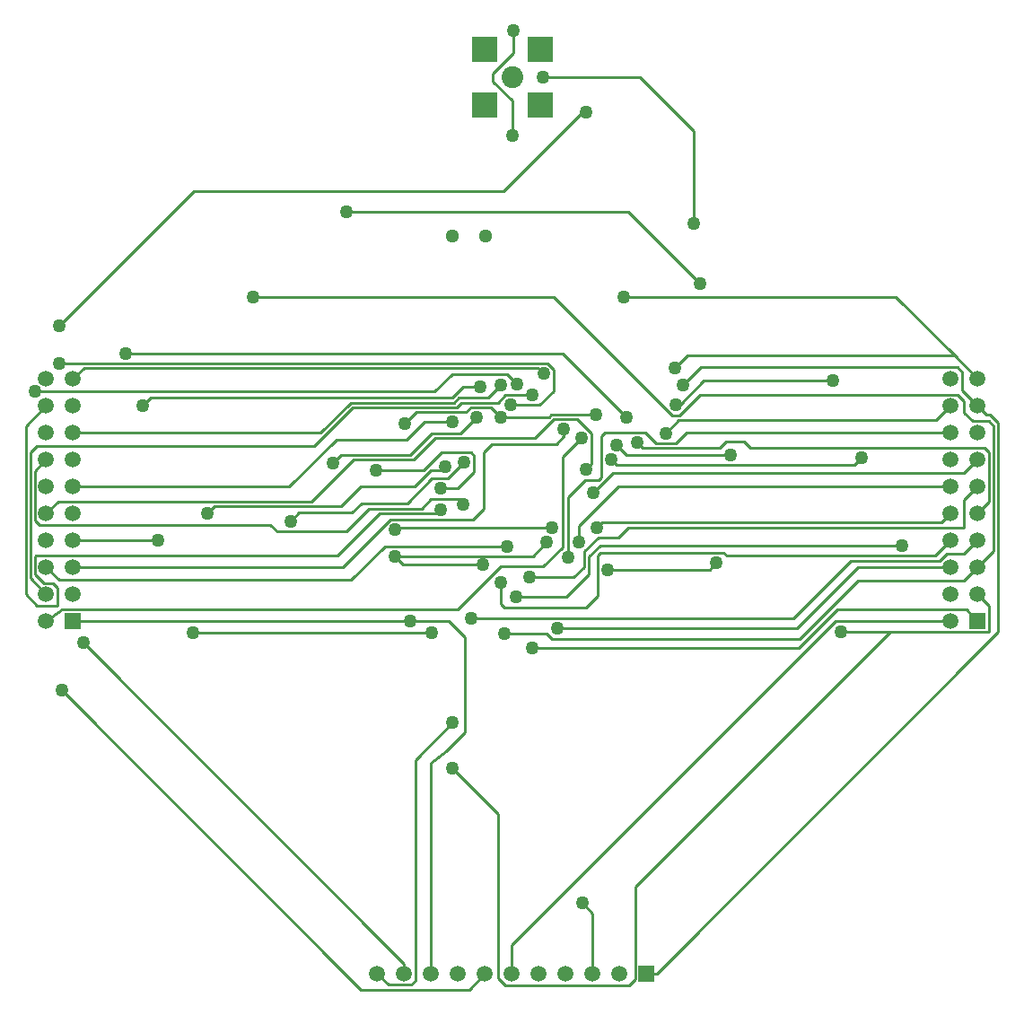
<source format=gbl>
G04*
G04 #@! TF.GenerationSoftware,Altium Limited,Altium Designer,18.1.9 (240)*
G04*
G04 Layer_Physical_Order=2*
G04 Layer_Color=16711680*
%FSLAX24Y24*%
%MOIN*%
G70*
G01*
G75*
%ADD15C,0.0100*%
%ADD43R,0.0961X0.0961*%
%ADD44C,0.0807*%
%ADD45C,0.0512*%
%ADD46C,0.0591*%
%ADD47R,0.0591X0.0591*%
%ADD48R,0.0591X0.0591*%
%ADD49C,0.0500*%
D15*
X20400Y34650D02*
X24000D01*
X18920Y30420D02*
X22000Y33500D01*
Y33350D02*
Y33500D01*
X24000Y34650D02*
X26010Y32640D01*
X19300Y35550D02*
Y36375D01*
X18550Y34800D02*
X19300Y35550D01*
X18550Y34500D02*
Y34800D01*
Y34500D02*
X19268Y33782D01*
Y32500D02*
Y33782D01*
X33295Y14035D02*
X36970D01*
X31475D02*
X33295D01*
X33510Y26490D02*
X35690Y24310D01*
X17740Y14540D02*
X29690D01*
X31850Y16700D01*
X35140D01*
X35390Y16950D01*
X36050D01*
X36550Y17450D01*
X16452Y18452D02*
X16600Y18600D01*
X14330Y18452D02*
X16452D01*
X12758Y16880D02*
X14330Y18452D01*
X1560Y16880D02*
X12758D01*
X1530Y16850D02*
X1560Y16880D01*
X1530Y16200D02*
Y16850D01*
Y16200D02*
X1865Y15865D01*
X2205D01*
X2370Y15700D01*
Y15040D02*
Y15700D01*
X2360Y15030D02*
X2370Y15040D01*
X1600Y15030D02*
X2360D01*
X1190Y15440D02*
X1600Y15030D01*
X1190Y15440D02*
Y21690D01*
X1950Y22450D01*
X9650Y26490D02*
X20790D01*
X25200Y22080D01*
X25460D01*
X26245Y22865D01*
X35800D01*
X36050Y22615D01*
Y22200D02*
Y22615D01*
Y22200D02*
X36380Y21870D01*
X36970D01*
X37140Y21700D01*
Y17040D02*
Y21700D01*
X36550Y16450D02*
X37140Y17040D01*
X20010Y13440D02*
X29900D01*
X31330Y14870D01*
X36130D01*
X36550Y14450D01*
X17665Y765D02*
X18250Y1350D01*
X13635Y765D02*
X17665D01*
X2530Y11870D02*
X13635Y765D01*
X21750Y17400D02*
Y18000D01*
X23200Y19450D01*
X35550D01*
X22250Y1350D02*
Y3580D01*
X21860Y3970D02*
X22250Y3580D01*
X24970Y21430D02*
X25442Y21902D01*
X35002D01*
X35550Y22450D01*
X35970Y23030D02*
X36550Y22450D01*
X35970Y23030D02*
Y23700D01*
X35800Y23870D02*
X35970Y23700D01*
X26260Y23870D02*
X35800D01*
X25610Y23220D02*
X26260Y23870D01*
X36050Y19950D02*
X36550Y20450D01*
X23015Y19950D02*
X36050D01*
X22270Y19205D02*
X23015Y19950D01*
X23910Y21080D02*
X24110Y20880D01*
X26974D01*
X27209Y21115D01*
X27856D01*
X28091Y20880D01*
X36800D01*
X36970Y20710D01*
Y18870D02*
Y20710D01*
X36550Y18450D02*
X36970Y18870D01*
X1950Y18450D02*
X2390Y18890D01*
X11810D01*
X13376Y20456D01*
X15596D01*
X16390Y21250D01*
X20090D01*
X20790Y21950D01*
X21670D01*
X22200Y21420D01*
Y20270D02*
Y21420D01*
X22000Y20070D02*
X22200Y20270D01*
X21160Y21305D02*
Y21580D01*
X20885Y21030D02*
X21160Y21305D01*
X18490Y21030D02*
X20885D01*
X18190Y20729D02*
X18490Y21030D01*
X18190Y18620D02*
Y20729D01*
X17796Y18226D02*
X18190Y18620D01*
X14729Y18226D02*
X17796D01*
X12953Y16450D02*
X14729Y18226D01*
X2950Y16450D02*
X12953D01*
X21120Y20540D02*
X21830Y21250D01*
X21120Y17200D02*
Y20540D01*
X20400Y16480D02*
X21120Y17200D01*
X18850Y16480D02*
X20400D01*
X17240Y14870D02*
X18850Y16480D01*
X2535Y14870D02*
X17240D01*
X1950Y14450D02*
X2535Y14870D01*
X2950Y19450D02*
X10980D01*
X12730Y21200D01*
X15350D01*
X16000Y21850D01*
X17050D01*
X18356Y22737D02*
X18850Y23231D01*
X17277Y22737D02*
X18356D01*
X17100Y22560D02*
X17277Y22737D01*
X13260Y22560D02*
X17100D01*
X12150Y21450D02*
X13260Y22560D01*
X2950Y21450D02*
X12150D01*
X20196Y23860D02*
X20420Y23636D01*
X3360Y23860D02*
X20196D01*
X2950Y23450D02*
X3360Y23860D01*
X19010Y22850D02*
X19995D01*
X18727Y22567D02*
X19010Y22850D01*
X17375Y22567D02*
X18727D01*
X17198Y22390D02*
X17375Y22567D01*
X13332Y22390D02*
X17198D01*
X11892Y20950D02*
X13332Y22390D01*
X1600Y20950D02*
X11892D01*
X1360Y20710D02*
X1600Y20950D01*
X1360Y16040D02*
Y20710D01*
Y16040D02*
X1950Y15450D01*
X15665Y9295D02*
X17050Y10680D01*
X15665Y1100D02*
Y9295D01*
X15500Y935D02*
X15665Y1100D01*
X14665Y935D02*
X15500D01*
X14250Y1350D02*
X14665Y935D01*
X36970Y14035D02*
Y15030D01*
X36550Y15450D02*
X36970Y15030D01*
X7410Y14020D02*
X16275D01*
X11020Y18150D02*
X11340Y18470D01*
X13304D01*
X13666Y18832D01*
X15372D01*
X16284Y19744D01*
X16884D01*
X17480Y20340D01*
X14190Y20060D02*
X15983D01*
X16633Y20710D01*
X17740D01*
X17850Y20600D01*
Y20000D02*
Y20600D01*
X17220Y19370D02*
X17850Y20000D01*
X16600Y19370D02*
X17220D01*
X18463Y22397D02*
X18830Y22030D01*
X17723Y22397D02*
X18463D01*
X17545Y22220D02*
X17723Y22397D01*
X15700Y22220D02*
X17545D01*
X15270Y21790D02*
X15700Y22220D01*
X23140Y20980D02*
X23500Y20620D01*
X27370D01*
X15200Y16540D02*
X18170D01*
X14890Y16850D02*
X15200Y16540D01*
X14890Y16850D02*
X20020D01*
X20550Y17380D01*
X17435Y23160D02*
X18070D01*
X17035Y22760D02*
X17435Y23160D01*
X5840Y22760D02*
X17035D01*
X5520Y22440D02*
X5840Y22760D01*
X17320Y21420D02*
X17920Y22020D01*
X16274Y21420D02*
X17320D01*
X15480Y20626D02*
X16274Y21420D01*
X12900Y20626D02*
X15480D01*
X12600Y20326D02*
X12900Y20626D01*
X25340Y22500D02*
X25510D01*
X26380Y23370D01*
X31180D01*
X26010Y29220D02*
Y32640D01*
X15470Y14450D02*
X16900D01*
X17490Y13860D01*
Y10320D02*
Y13860D01*
X16800Y9630D02*
X17490Y10320D01*
X16250Y9200D02*
X16800Y9630D01*
X16250Y1350D02*
Y9200D01*
X31284Y14450D02*
X35550D01*
X19250Y2416D02*
X31284Y14450D01*
X19250Y1350D02*
Y2416D01*
X25310Y23850D02*
X25770Y24310D01*
X35690D01*
X36550Y23450D01*
X20920Y14170D02*
X29820D01*
X32100Y16450D01*
X35550D01*
X15250Y1350D02*
Y1730D01*
X3320Y13660D02*
X15250Y1730D01*
X2450Y25430D02*
X7440Y30420D01*
X18920D01*
X31980Y20240D02*
X32250Y20510D01*
X23140Y20240D02*
X31980D01*
X22940Y20440D02*
X23140Y20240D01*
X21120Y24400D02*
X23510Y22010D01*
X4900Y24400D02*
X21120D01*
X14890Y17850D02*
X14960Y17920D01*
X20750D01*
X36050Y15950D02*
X36550Y16450D01*
X32100Y15950D02*
X36050D01*
X29947Y13797D02*
X32100Y15950D01*
X20723Y13797D02*
X29947D01*
X20550Y13970D02*
X20723Y13797D01*
X18960Y13970D02*
X20550D01*
X1950Y16450D02*
X2420Y15980D01*
X13280D01*
X14520Y17220D01*
X19080D01*
X1530Y20030D02*
X1950Y20450D01*
X1530Y18200D02*
Y20030D01*
Y18200D02*
X1700Y18030D01*
X10270D01*
X10520Y17780D01*
X13098D01*
X13948Y18631D01*
X15891D01*
X16230Y18970D01*
X17269D01*
X17439Y18800D01*
X20710Y22120D02*
X22370D01*
X20620Y22030D02*
X20710Y22120D01*
X18830Y22030D02*
X20620D01*
X25740Y21450D02*
X35550D01*
X25340Y21050D02*
X25740Y21450D01*
X24603Y21050D02*
X25340D01*
X24203Y21450D02*
X24603Y21050D01*
X22700Y21450D02*
X24203D01*
X22570Y21320D02*
X22700Y21450D01*
X22570Y19800D02*
Y21320D01*
X22470Y19700D02*
X22570Y19800D01*
X21960Y19700D02*
X22470D01*
X21320Y19060D02*
X21960Y19700D01*
X21320Y16810D02*
Y19060D01*
X23830Y4570D02*
X33295Y14035D01*
X23830Y1160D02*
Y4570D01*
X23600Y930D02*
X23830Y1160D01*
X19000Y930D02*
X23600D01*
X18750Y1180D02*
X19000Y930D01*
X18750Y1180D02*
Y7280D01*
X17050Y8980D02*
X18750Y7280D01*
X2950Y14450D02*
X15470D01*
X34973Y16873D02*
X35550Y17450D01*
X27220Y16873D02*
X34973D01*
X27101Y16992D02*
X27220Y16873D01*
X22539Y16992D02*
X27101D01*
X22420Y16873D02*
X22539Y16992D01*
X22420Y15380D02*
Y16873D01*
X22000Y14960D02*
X22420Y15380D01*
X18970Y14960D02*
X22000D01*
X18830Y15100D02*
X18970Y14960D01*
X18830Y15100D02*
Y15870D01*
X19400Y15350D02*
X21272D01*
X22100Y16178D01*
Y16840D01*
X22520Y17260D01*
X33740D01*
X19905Y16073D02*
X21543D01*
X21930Y16460D01*
Y17034D01*
X22452Y17556D01*
X23194D01*
X23568Y17930D01*
X36030D01*
X36050Y17950D01*
Y18950D01*
X36550Y19450D01*
X2950Y17450D02*
X6090D01*
X16640Y20050D02*
X16780Y20190D01*
X16250Y20050D02*
X16640D01*
X15640Y19440D02*
X16250Y20050D01*
X13620Y19440D02*
X15640D01*
X12900Y18720D02*
X13620Y19440D01*
X8200Y18720D02*
X12900D01*
X7940Y18460D02*
X8200Y18720D01*
X19200Y22480D02*
X20270D01*
X20790Y23000D01*
Y23800D01*
X20560Y24030D02*
X20790Y23800D01*
X2450Y24030D02*
X20560D01*
X13100Y29660D02*
X23570D01*
X26230Y27000D01*
X1530Y22970D02*
X16380D01*
X17020Y23610D01*
X19060D01*
X19420Y23250D01*
X35210Y18110D02*
X35550Y18450D01*
X22592Y18110D02*
X35210D01*
X22408Y17926D02*
X22592Y18110D01*
X26590Y16360D02*
X26850Y16620D01*
X22790Y16360D02*
X26590D01*
X36550Y22450D02*
X36880Y22120D01*
X37000D01*
X37310Y21810D01*
Y14039D02*
Y21810D01*
X24621Y1350D02*
X37310Y14039D01*
X24250Y1350D02*
X24621D01*
X23400Y26490D02*
X33510D01*
D43*
X18221Y33603D02*
D03*
Y35697D02*
D03*
X20315Y33603D02*
D03*
Y35697D02*
D03*
D44*
X19268Y34650D02*
D03*
D45*
X18260Y28750D02*
D03*
X17040D02*
D03*
D46*
X14250Y1350D02*
D03*
X15250D02*
D03*
X16250D02*
D03*
X17250D02*
D03*
X18250D02*
D03*
X19250D02*
D03*
X20250D02*
D03*
X21250D02*
D03*
X22250D02*
D03*
X23250D02*
D03*
X35550Y23450D02*
D03*
Y22450D02*
D03*
Y21450D02*
D03*
Y20450D02*
D03*
Y19450D02*
D03*
Y18450D02*
D03*
Y17450D02*
D03*
Y16450D02*
D03*
Y15450D02*
D03*
Y14450D02*
D03*
X36550Y23450D02*
D03*
Y22450D02*
D03*
Y21450D02*
D03*
Y20450D02*
D03*
Y19450D02*
D03*
Y18450D02*
D03*
Y17450D02*
D03*
Y16450D02*
D03*
Y15450D02*
D03*
X1950Y23450D02*
D03*
Y22450D02*
D03*
Y21450D02*
D03*
Y20450D02*
D03*
Y19450D02*
D03*
Y18450D02*
D03*
Y17450D02*
D03*
Y16450D02*
D03*
Y15450D02*
D03*
Y14450D02*
D03*
X2950Y23450D02*
D03*
Y22450D02*
D03*
Y21450D02*
D03*
Y20450D02*
D03*
Y19450D02*
D03*
Y18450D02*
D03*
Y17450D02*
D03*
Y16450D02*
D03*
Y15450D02*
D03*
D47*
X24250Y1350D02*
D03*
D48*
X36550Y14450D02*
D03*
X2950D02*
D03*
D49*
X20400Y34650D02*
D03*
X22000Y33350D02*
D03*
X19300Y36375D02*
D03*
X19268Y32500D02*
D03*
X17740Y14540D02*
D03*
X16600Y18600D02*
D03*
X9650Y26490D02*
D03*
X20010Y13440D02*
D03*
X2530Y11870D02*
D03*
X21750Y17400D02*
D03*
X21860Y3970D02*
D03*
X24970Y21430D02*
D03*
X25610Y23220D02*
D03*
X22270Y19205D02*
D03*
X23910Y21080D02*
D03*
X22000Y20070D02*
D03*
X21160Y21580D02*
D03*
X21830Y21250D02*
D03*
X17050Y21850D02*
D03*
X18850Y23231D02*
D03*
X20420Y23636D02*
D03*
X19995Y22850D02*
D03*
X17050Y10680D02*
D03*
X31475Y14035D02*
D03*
X16275Y14020D02*
D03*
X7410D02*
D03*
X11020Y18150D02*
D03*
X17480Y20340D02*
D03*
X14190Y20060D02*
D03*
X16600Y19370D02*
D03*
X15270Y21790D02*
D03*
X23140Y20980D02*
D03*
X27370Y20620D02*
D03*
X18170Y16540D02*
D03*
X14890Y16850D02*
D03*
X20550Y17380D02*
D03*
X18070Y23160D02*
D03*
X5520Y22440D02*
D03*
X17920Y22020D02*
D03*
X12600Y20326D02*
D03*
X25340Y22500D02*
D03*
X31180Y23370D02*
D03*
X26010Y29220D02*
D03*
X25310Y23850D02*
D03*
X20920Y14170D02*
D03*
X3320Y13660D02*
D03*
X2450Y25430D02*
D03*
X32250Y20510D02*
D03*
X22940Y20440D02*
D03*
X23510Y22010D02*
D03*
X4900Y24400D02*
D03*
X14890Y17850D02*
D03*
X20750Y17920D02*
D03*
X18960Y13970D02*
D03*
X19080Y17220D02*
D03*
X17439Y18800D02*
D03*
X22370Y22120D02*
D03*
X18830Y22030D02*
D03*
X21320Y16810D02*
D03*
X17050Y8980D02*
D03*
X15470Y14450D02*
D03*
X18830Y15870D02*
D03*
X19400Y15350D02*
D03*
X33740Y17260D02*
D03*
X19905Y16073D02*
D03*
X6090Y17450D02*
D03*
X16780Y20190D02*
D03*
X7940Y18460D02*
D03*
X19200Y22480D02*
D03*
X2450Y24030D02*
D03*
X13100Y29660D02*
D03*
X26230Y27000D02*
D03*
X1530Y22970D02*
D03*
X19420Y23250D02*
D03*
X22408Y17926D02*
D03*
X26850Y16620D02*
D03*
X22790Y16360D02*
D03*
X23400Y26490D02*
D03*
M02*

</source>
